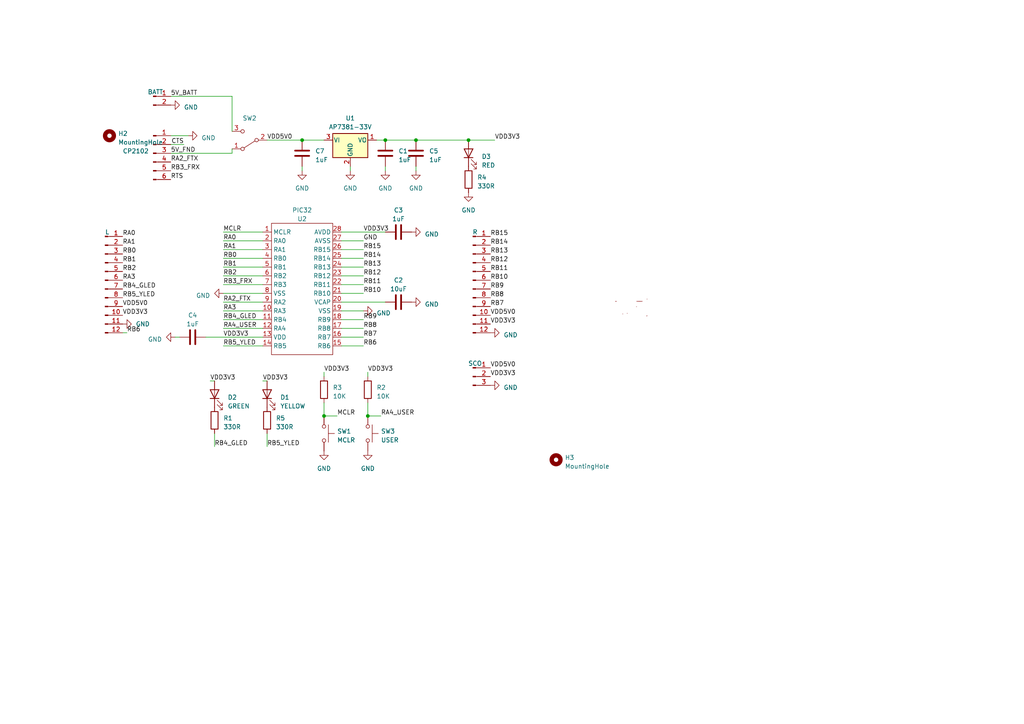
<source format=kicad_sch>
(kicad_sch (version 20230121) (generator eeschema)
  (paper "A4")
  (lib_symbols
    (symbol "Connector:Conn_01x02_Pin" (pin_names (offset 1.016) hide)
      (property "Reference" "J" (at 0 2.54 0))
      (property "Value" "Conn_01x02_Pin" (at 0 -5.08 0))
      (symbol "Conn_01x02_Pin_1_1"
        (polyline (pts (xy 1.27 -2.54) (xy 0.8636 -2.54)) (stroke (width 0.1524)))
        (polyline (pts (xy 1.27 0) (xy 0.8636 0)) (stroke (width 0.1524)))
        (rectangle (start 0.8636 -2.413) (end 0 -2.667) (stroke (width 0.1524)) (fill (type outline)))
        (rectangle (start 0.8636 0.127) (end 0 -0.127) (stroke (width 0.1524)) (fill (type outline)))
        (pin passive line (at 5.08 0 180) (length 3.81) (name "Pin_1") (number "1"))
        (pin passive line (at 5.08 -2.54 180) (length 3.81) (name "Pin_2") (number "2"))
      )
    )
    (symbol "Connector:Conn_01x03_Pin" (pin_names (offset 1.016) hide)
      (property "Reference" "J" (at 0 5.08 0))
      (property "Value" "Conn_01x03_Pin" (at 0 -5.08 0))
      (symbol "Conn_01x03_Pin_1_1"
        (polyline (pts (xy 1.27 -2.54) (xy 0.8636 -2.54)) (stroke (width 0.1524)))
        (polyline (pts (xy 1.27 0) (xy 0.8636 0)) (stroke (width 0.1524)))
        (polyline (pts (xy 1.27 2.54) (xy 0.8636 2.54)) (stroke (width 0.1524)))
        (rectangle (start 0.8636 -2.413) (end 0 -2.667) (stroke (width 0.1524)) (fill (type outline)))
        (rectangle (start 0.8636 0.127) (end 0 -0.127) (stroke (width 0.1524)) (fill (type outline)))
        (rectangle (start 0.8636 2.667) (end 0 2.413) (stroke (width 0.1524)) (fill (type outline)))
        (pin passive line (at 5.08 2.54 180) (length 3.81) (name "Pin_1") (number "1"))
        (pin passive line (at 5.08 0 180) (length 3.81) (name "Pin_2") (number "2"))
        (pin passive line (at 5.08 -2.54 180) (length 3.81) (name "Pin_3") (number "3"))
      )
    )
    (symbol "Connector:Conn_01x06_Pin" (pin_names (offset 1.016) hide)
      (property "Reference" "J" (at 0 7.62 0))
      (property "Value" "Conn_01x06_Pin" (at 0 -10.16 0))
      (symbol "Conn_01x06_Pin_1_1"
        (polyline (pts (xy 1.27 -7.62) (xy 0.8636 -7.62)) (stroke (width 0.1524)))
        (polyline (pts (xy 1.27 -5.08) (xy 0.8636 -5.08)) (stroke (width 0.1524)))
        (polyline (pts (xy 1.27 -2.54) (xy 0.8636 -2.54)) (stroke (width 0.1524)))
        (polyline (pts (xy 1.27 0) (xy 0.8636 0)) (stroke (width 0.1524)))
        (polyline (pts (xy 1.27 2.54) (xy 0.8636 2.54)) (stroke (width 0.1524)))
        (polyline (pts (xy 1.27 5.08) (xy 0.8636 5.08)) (stroke (width 0.1524)))
        (rectangle (start 0.8636 -7.493) (end 0 -7.747) (stroke (width 0.1524)) (fill (type outline)))
        (rectangle (start 0.8636 -4.953) (end 0 -5.207) (stroke (width 0.1524)) (fill (type outline)))
        (rectangle (start 0.8636 -2.413) (end 0 -2.667) (stroke (width 0.1524)) (fill (type outline)))
        (rectangle (start 0.8636 0.127) (end 0 -0.127) (stroke (width 0.1524)) (fill (type outline)))
        (rectangle (start 0.8636 2.667) (end 0 2.413) (stroke (width 0.1524)) (fill (type outline)))
        (rectangle (start 0.8636 5.207) (end 0 4.953) (stroke (width 0.1524)) (fill (type outline)))
        (pin passive line (at 5.08 5.08 180) (length 3.81) (name "Pin_1") (number "1"))
        (pin passive line (at 5.08 2.54 180) (length 3.81) (name "Pin_2") (number "2"))
        (pin passive line (at 5.08 0 180) (length 3.81) (name "Pin_3") (number "3"))
        (pin passive line (at 5.08 -2.54 180) (length 3.81) (name "Pin_4") (number "4"))
        (pin passive line (at 5.08 -5.08 180) (length 3.81) (name "Pin_5") (number "5"))
        (pin passive line (at 5.08 -7.62 180) (length 3.81) (name "Pin_6") (number "6"))
      )
    )
    (symbol "Connector:Conn_01x12_Pin" (pin_names (offset 1.016) hide)
      (property "Reference" "J" (at 0 15.24 0))
      (property "Value" "Conn_01x12_Pin" (at 0 -17.78 0))
      (symbol "Conn_01x12_Pin_1_1"
        (polyline (pts (xy 1.27 -15.24) (xy 0.8636 -15.24)) (stroke (width 0.1524)))
        (polyline (pts (xy 1.27 -12.7) (xy 0.8636 -12.7)) (stroke (width 0.1524)))
        (polyline (pts (xy 1.27 -10.16) (xy 0.8636 -10.16)) (stroke (width 0.1524)))
        (polyline (pts (xy 1.27 -7.62) (xy 0.8636 -7.62)) (stroke (width 0.1524)))
        (polyline (pts (xy 1.27 -5.08) (xy 0.8636 -5.08)) (stroke (width 0.1524)))
        (polyline (pts (xy 1.27 -2.54) (xy 0.8636 -2.54)) (stroke (width 0.1524)))
        (polyline (pts (xy 1.27 0) (xy 0.8636 0)) (stroke (width 0.1524)))
        (polyline (pts (xy 1.27 2.54) (xy 0.8636 2.54)) (stroke (width 0.1524)))
        (polyline (pts (xy 1.27 5.08) (xy 0.8636 5.08)) (stroke (width 0.1524)))
        (polyline (pts (xy 1.27 7.62) (xy 0.8636 7.62)) (stroke (width 0.1524)))
        (polyline (pts (xy 1.27 10.16) (xy 0.8636 10.16)) (stroke (width 0.1524)))
        (polyline (pts (xy 1.27 12.7) (xy 0.8636 12.7)) (stroke (width 0.1524)))
        (rectangle (start 0.8636 -15.113) (end 0 -15.367) (stroke (width 0.1524)) (fill (type outline)))
        (rectangle (start 0.8636 -12.573) (end 0 -12.827) (stroke (width 0.1524)) (fill (type outline)))
        (rectangle (start 0.8636 -10.033) (end 0 -10.287) (stroke (width 0.1524)) (fill (type outline)))
        (rectangle (start 0.8636 -7.493) (end 0 -7.747) (stroke (width 0.1524)) (fill (type outline)))
        (rectangle (start 0.8636 -4.953) (end 0 -5.207) (stroke (width 0.1524)) (fill (type outline)))
        (rectangle (start 0.8636 -2.413) (end 0 -2.667) (stroke (width 0.1524)) (fill (type outline)))
        (rectangle (start 0.8636 0.127) (end 0 -0.127) (stroke (width 0.1524)) (fill (type outline)))
        (rectangle (start 0.8636 2.667) (end 0 2.413) (stroke (width 0.1524)) (fill (type outline)))
        (rectangle (start 0.8636 5.207) (end 0 4.953) (stroke (width 0.1524)) (fill (type outline)))
        (rectangle (start 0.8636 7.747) (end 0 7.493) (stroke (width 0.1524)) (fill (type outline)))
        (rectangle (start 0.8636 10.287) (end 0 10.033) (stroke (width 0.1524)) (fill (type outline)))
        (rectangle (start 0.8636 12.827) (end 0 12.573) (stroke (width 0.1524)) (fill (type outline)))
        (pin passive line (at 5.08 12.7 180) (length 3.81) (name "Pin_1") (number "1"))
        (pin passive line (at 5.08 -10.16 180) (length 3.81) (name "Pin_10") (number "10"))
        (pin passive line (at 5.08 -12.7 180) (length 3.81) (name "Pin_11") (number "11"))
        (pin passive line (at 5.08 -15.24 180) (length 3.81) (name "Pin_12") (number "12"))
        (pin passive line (at 5.08 10.16 180) (length 3.81) (name "Pin_2") (number "2"))
        (pin passive line (at 5.08 7.62 180) (length 3.81) (name "Pin_3") (number "3"))
        (pin passive line (at 5.08 5.08 180) (length 3.81) (name "Pin_4") (number "4"))
        (pin passive line (at 5.08 2.54 180) (length 3.81) (name "Pin_5") (number "5"))
        (pin passive line (at 5.08 0 180) (length 3.81) (name "Pin_6") (number "6"))
        (pin passive line (at 5.08 -2.54 180) (length 3.81) (name "Pin_7") (number "7"))
        (pin passive line (at 5.08 -5.08 180) (length 3.81) (name "Pin_8") (number "8"))
        (pin passive line (at 5.08 -7.62 180) (length 3.81) (name "Pin_9") (number "9"))
      )
    )
    (symbol "Device:C" (pin_numbers hide) (pin_names (offset 0.254))
      (property "Reference" "C" (at 0.635 2.54 0))
      (property "Value" "C" (at 0.635 -2.54 0))
      (symbol "C_0_1"
        (polyline (pts (xy -2.032 -0.762) (xy 2.032 -0.762)) (stroke (width 0.508)))
        (polyline (pts (xy -2.032 0.762) (xy 2.032 0.762)) (stroke (width 0.508)))
      )
      (symbol "C_1_1"
        (pin passive line (at 0 3.81 270) (length 2.794) (name "~") (number "1"))
        (pin passive line (at 0 -3.81 90) (length 2.794) (name "~") (number "2"))
      )
    )
    (symbol "Device:LED" (pin_numbers hide) (pin_names (offset 1.016) hide)
      (property "Reference" "D" (at 0 2.54 0))
      (property "Value" "LED" (at 0 -2.54 0))
      (symbol "LED_0_1"
        (polyline (pts (xy -1.27 -1.27) (xy -1.27 1.27)) (stroke (width 0.254)))
        (polyline (pts (xy -1.27 0) (xy 1.27 0)))
        (polyline (pts (xy 1.27 -1.27) (xy 1.27 1.27) (xy -1.27 0) (xy 1.27 -1.27)) (stroke (width 0.254)))
        (polyline (pts (xy -3.048 -0.762) (xy -4.572 -2.286) (xy -3.81 -2.286) (xy -4.572 -2.286) (xy -4.572 -1.524)))
        (polyline (pts (xy -1.778 -0.762) (xy -3.302 -2.286) (xy -2.54 -2.286) (xy -3.302 -2.286) (xy -3.302 -1.524)))
      )
      (symbol "LED_1_1"
        (pin passive line (at -3.81 0 0) (length 2.54) (name "K") (number "1"))
        (pin passive line (at 3.81 0 180) (length 2.54) (name "A") (number "2"))
      )
    )
    (symbol "Device:R" (pin_numbers hide) (pin_names (offset 0))
      (property "Reference" "R" (at 2.032 0 90))
      (property "Value" "R" (at 0 0 90))
      (symbol "R_0_1"
        (rectangle (start -1.016 -2.54) (end 1.016 2.54) (stroke (width 0.254)))
      )
      (symbol "R_1_1"
        (pin passive line (at 0 3.81 270) (length 1.27) (name "~") (number "1"))
        (pin passive line (at 0 -3.81 90) (length 1.27) (name "~") (number "2"))
      )
    )
    (symbol "HW4_library:AP7381-33V" (pin_names (offset 0.254))
      (property "Reference" "U" (at -3.81 3.175 0))
      (property "Value" "AP7381-33V" (at 0 3.175 0))
      (symbol "AP7381-33V_0_1"
        (rectangle (start -5.08 1.905) (end 5.08 -5.08) (stroke (width 0.254)) (fill (type background)))
      )
      (symbol "AP7381-33V_1_1"
        (pin power_out line (at 7.62 0 180) (length 2.54) (name "VO") (number "1"))
        (pin power_in line (at 0 -7.62 90) (length 2.54) (name "GND") (number "2"))
        (pin power_in line (at -7.62 0 0) (length 2.54) (name "VI") (number "3"))
      )
    )
    (symbol "HW4_library:LOGO" (pin_names (offset 1.016))
      (symbol "LOGO_0_0"
        (polyline (pts (xy -2.2013 -3.429) (xy -2.2436 -3.3867) (xy -2.286 -3.429) (xy -2.2436 -3.4714) (xy -2.2013 -3.429)) (stroke (width 0.01)) (fill (type outline)))
        (polyline (pts (xy -0.9313 -3.2597) (xy -0.9736 -3.2174) (xy -1.016 -3.2597) (xy -0.9736 -3.302) (xy -0.9313 -3.2597)) (stroke (width 0.01)) (fill (type outline)))
        (polyline (pts (xy 1.778 -1.3124) (xy 1.7357 -1.27) (xy 1.6934 -1.3124) (xy 1.7357 -1.3547) (xy 1.778 -1.3124)) (stroke (width 0.01)) (fill (type outline)))
        (polyline (pts (xy 4.826 0.889) (xy 4.7837 0.9313) (xy 4.7414 0.889) (xy 4.7837 0.8466) (xy 4.826 0.889)) (stroke (width 0.01)) (fill (type outline)))
        (polyline (pts (xy -4.1759 0.1898) (xy -4.0588 0.2031) (xy -4.0851 0.2277) (xy -4.1667 0.2408) (xy -4.3815 0.2277) (xy -4.4055 0.2198) (xy -4.3874 0.1978) (xy -4.2333 0.189) (xy -4.1759 0.1898)) (stroke (width 0.01)) (fill (type outline)))
        (polyline (pts (xy 4.7039 -4.0602) (xy 4.7837 -3.9794) (xy 4.7995 -3.9494) (xy 4.7937 -3.8947) (xy 4.7788 -3.8985) (xy 4.699 -3.9794) (xy 4.6832 -4.0093) (xy 4.689 -4.064) (xy 4.7039 -4.0602)) (stroke (width 0.01)) (fill (type outline)))
        (polyline (pts (xy 3.0121 0.2055) (xy 3.3021 0.2095) (xy 3.4595 0.2156) (xy 3.472 0.2233) (xy 3.3273 0.2322) (xy 3.3002 0.2333) (xy 2.852 0.2429) (xy 2.3465 0.2426) (xy 1.888 0.2324) (xy 1.874 0.2319) (xy 1.7234 0.2231) (xy 1.7302 0.2155) (xy 1.8831 0.2094) (xy 2.1709 0.2054) (xy 2.5824 0.204) (xy 2.6015 0.204) (xy 3.0121 0.2055)) (stroke (width 0.01)) (fill (type outline)))
      )
    )
    (symbol "HW4_library:PIC32MX170F256B"
      (property "Reference" "U" (at -10.16 17.78 0))
      (symbol "PIC32MX170F256B_0_1"
        (rectangle (start -8.89 19.05) (end 8.89 -19.05))
      )
      (symbol "PIC32MX170F256B_1_1"
        (pin input line (at -11.43 16.51 0) (length 2.54) (name "MCLR") (number "1"))
        (pin bidirectional line (at -11.43 -6.35 0) (length 2.54) (name "RA3") (number "10"))
        (pin bidirectional line (at -11.43 -8.89 0) (length 2.54) (name "RB4") (number "11"))
        (pin bidirectional line (at -11.43 -11.43 0) (length 2.54) (name "RA4") (number "12"))
        (pin power_in line (at -11.43 -13.97 0) (length 2.54) (name "VDD") (number "13"))
        (pin bidirectional line (at -11.43 -16.51 0) (length 2.54) (name "RB5") (number "14"))
        (pin bidirectional line (at 11.43 -16.51 180) (length 2.54) (name "RB6") (number "15"))
        (pin bidirectional line (at 11.43 -13.97 180) (length 2.54) (name "RB7") (number "16"))
        (pin bidirectional line (at 11.43 -11.43 180) (length 2.54) (name "RB8") (number "17"))
        (pin bidirectional line (at 11.43 -8.89 180) (length 2.54) (name "RB9") (number "18"))
        (pin passive line (at 11.43 -6.35 180) (length 2.54) (name "VSS") (number "19"))
        (pin bidirectional line (at -11.43 13.97 0) (length 2.54) (name "RA0") (number "2"))
        (pin passive line (at 11.43 -3.81 180) (length 2.54) (name "VCAP") (number "20"))
        (pin bidirectional line (at 11.43 -1.27 180) (length 2.54) (name "RB10") (number "21"))
        (pin bidirectional line (at 11.43 1.27 180) (length 2.54) (name "RB11") (number "22"))
        (pin bidirectional line (at 11.43 3.81 180) (length 2.54) (name "RB12") (number "23"))
        (pin bidirectional line (at 11.43 6.35 180) (length 2.54) (name "RB13") (number "24"))
        (pin bidirectional line (at 11.43 8.89 180) (length 2.54) (name "RB14") (number "25"))
        (pin bidirectional line (at 11.43 11.43 180) (length 2.54) (name "RB15") (number "26"))
        (pin passive line (at 11.43 13.97 180) (length 2.54) (name "AVSS") (number "27"))
        (pin power_in line (at 11.43 16.51 180) (length 2.54) (name "AVDD") (number "28"))
        (pin bidirectional line (at -11.43 11.43 0) (length 2.54) (name "RA1") (number "3"))
        (pin bidirectional line (at -11.43 8.89 0) (length 2.54) (name "RB0") (number "4"))
        (pin bidirectional line (at -11.43 6.35 0) (length 2.54) (name "RB1") (number "5"))
        (pin bidirectional line (at -11.43 3.81 0) (length 2.54) (name "RB2") (number "6"))
        (pin bidirectional line (at -11.43 1.27 0) (length 2.54) (name "RB3") (number "7"))
        (pin passive line (at -11.43 -1.27 0) (length 2.54) (name "VSS") (number "8"))
        (pin bidirectional line (at -11.43 -3.81 0) (length 2.54) (name "RA2") (number "9"))
      )
    )
    (symbol "Mechanical:MountingHole" (pin_names (offset 1.016))
      (property "Reference" "H" (at 0 5.08 0))
      (property "Value" "MountingHole" (at 0 3.175 0))
      (symbol "MountingHole_0_1"
        (circle (center 0 0) (radius 1.27) (stroke (width 1.27)))
      )
    )
    (symbol "Switch:SW_Push" (pin_numbers hide) (pin_names (offset 1.016) hide)
      (property "Reference" "SW" (at 1.27 2.54 0))
      (property "Value" "SW_Push" (at 0 -1.524 0))
      (symbol "SW_Push_0_1"
        (circle (center -2.032 0) (radius 0.508))
        (polyline (pts (xy 0 1.27) (xy 0 3.048)))
        (polyline (pts (xy 2.54 1.27) (xy -2.54 1.27)))
        (circle (center 2.032 0) (radius 0.508))
        (pin passive line (at -5.08 0 0) (length 2.54) (name "1") (number "1"))
        (pin passive line (at 5.08 0 180) (length 2.54) (name "2") (number "2"))
      )
    )
    (symbol "Switch:SW_SPDT" (pin_names (offset 0) hide)
      (property "Reference" "SW" (at 0 4.318 0))
      (property "Value" "SW_SPDT" (at 0 -5.08 0))
      (symbol "SW_SPDT_0_0"
        (circle (center -2.032 0) (radius 0.508))
        (circle (center 2.032 -2.54) (radius 0.508))
      )
      (symbol "SW_SPDT_0_1"
        (polyline (pts (xy -1.524 0.254) (xy 1.651 2.286)))
        (circle (center 2.032 2.54) (radius 0.508))
      )
      (symbol "SW_SPDT_1_1"
        (pin passive line (at 5.08 2.54 180) (length 2.54) (name "A") (number "1"))
        (pin passive line (at -5.08 0 0) (length 2.54) (name "B") (number "2"))
        (pin passive line (at 5.08 -2.54 180) (length 2.54) (name "C") (number "3"))
      )
    )
    (symbol "power:GND" (power) (pin_names (offset 0))
      (property "Value" "GND" (at 0 -3.81 0))
      (symbol "GND_0_1"
        (polyline (pts (xy 0 0) (xy 0 -1.27) (xy 1.27 -1.27) (xy 0 -2.54) (xy -1.27 -1.27) (xy 0 -1.27)))
      )
      (symbol "GND_1_1"
        (pin power_in line (at 0 0 270) (length 0) hide (name "GND") (number "1"))
      )
    )
  )
  (junction (at 106.68 120.65))
  (junction (at 135.89 40.64))
  (junction (at 87.63 40.64))
  (junction (at 120.65 40.64))
  (junction (at 93.98 120.65))
  (junction (at 111.76 40.64))
  (wire (pts (xy 99.06 69.85) (xy 105.41 69.85)))
  (wire (pts (xy 77.47 125.73) (xy 77.47 129.54)))
  (wire (pts (xy 64.77 100.33) (xy 76.2 100.33)))
  (wire (pts (xy 99.06 92.71) (xy 105.41 92.71)))
  (wire (pts (xy 111.76 49.53) (xy 111.76 48.26)))
  (wire (pts (xy 99.06 74.93) (xy 105.41 74.93)))
  (wire (pts (xy 64.77 92.71) (xy 76.2 92.71)))
  (wire (pts (xy 64.77 69.85) (xy 76.2 69.85)))
  (wire (pts (xy 106.68 120.65) (xy 110.49 120.65)))
  (wire (pts (xy 64.77 74.93) (xy 76.2 74.93)))
  (wire (pts (xy 64.77 77.47) (xy 76.2 77.47)))
  (wire (pts (xy 64.77 87.63) (xy 76.2 87.63)))
  (wire (pts (xy 64.77 82.55) (xy 76.2 82.55)))
  (wire (pts (xy 99.06 87.63) (xy 111.76 87.63)))
  (wire (pts (xy 111.76 40.64) (xy 120.65 40.64)))
  (wire (pts (xy 99.06 67.31) (xy 111.76 67.31)))
  (wire (pts (xy 53.34 41.91) (xy 49.53 41.91)))
  (wire (pts (xy 109.22 40.64) (xy 111.76 40.64)))
  (wire (pts (xy 99.06 95.25) (xy 105.41 95.25)))
  (wire (pts (xy 93.98 107.95) (xy 93.98 109.22)))
  (wire (pts (xy 106.68 120.65) (xy 106.68 116.84)))
  (wire (pts (xy 64.77 90.17) (xy 76.2 90.17)))
  (wire (pts (xy 64.77 80.01) (xy 76.2 80.01)))
  (wire (pts (xy 64.77 67.31) (xy 76.2 67.31)))
  (wire (pts (xy 62.23 110.49) (xy 60.96 110.49)))
  (wire (pts (xy 135.89 40.64) (xy 143.51 40.64)))
  (wire (pts (xy 67.31 44.45) (xy 67.31 43.18)))
  (wire (pts (xy 87.63 49.53) (xy 87.63 48.26)))
  (wire (pts (xy 93.98 40.64) (xy 87.63 40.64)))
  (wire (pts (xy 49.53 27.94) (xy 67.31 27.94)))
  (wire (pts (xy 67.31 27.94) (xy 67.31 38.1)))
  (wire (pts (xy 99.06 77.47) (xy 105.41 77.47)))
  (wire (pts (xy 64.77 72.39) (xy 76.2 72.39)))
  (wire (pts (xy 93.98 120.65) (xy 97.79 120.65)))
  (wire (pts (xy 99.06 72.39) (xy 105.41 72.39)))
  (wire (pts (xy 99.06 90.17) (xy 105.41 90.17)))
  (wire (pts (xy 87.63 40.64) (xy 77.47 40.64)))
  (wire (pts (xy 99.06 97.79) (xy 105.41 97.79)))
  (wire (pts (xy 59.69 97.79) (xy 76.2 97.79)))
  (wire (pts (xy 77.47 110.49) (xy 76.2 110.49)))
  (wire (pts (xy 64.77 95.25) (xy 76.2 95.25)))
  (wire (pts (xy 54.61 39.37) (xy 49.53 39.37)))
  (wire (pts (xy 99.06 100.33) (xy 105.41 100.33)))
  (wire (pts (xy 99.06 85.09) (xy 105.41 85.09)))
  (wire (pts (xy 64.77 85.09) (xy 76.2 85.09)))
  (wire (pts (xy 99.06 80.01) (xy 105.41 80.01)))
  (wire (pts (xy 62.23 125.73) (xy 62.23 129.54)))
  (wire (pts (xy 93.98 120.65) (xy 93.98 116.84)))
  (wire (pts (xy 36.83 96.52) (xy 35.56 96.52)))
  (wire (pts (xy 52.07 97.79) (xy 50.8 97.79)))
  (wire (pts (xy 101.6 48.26) (xy 101.6 49.53)))
  (wire (pts (xy 49.53 44.45) (xy 67.31 44.45)))
  (wire (pts (xy 120.65 40.64) (xy 135.89 40.64)))
  (wire (pts (xy 106.68 107.95) (xy 106.68 109.22)))
  (wire (pts (xy 120.65 49.53) (xy 120.65 48.26)))
  (wire (pts (xy 99.06 82.55) (xy 105.41 82.55)))
  (label "RB15" (at 142.24 68.58 0))
  (label "RB7" (at 142.24 88.9 0))
  (label "RB1" (at 64.77 77.47 0))
  (label "CTS" (at 53.34 41.91 180))
  (label "RB0" (at 64.77 74.93 0))
  (label "RB2" (at 64.77 80.01 0))
  (label "5V_BATT" (at 49.53 27.94 0))
  (label "RB6" (at 36.83 96.52 0))
  (label "VDD3V3" (at 143.51 40.64 0))
  (label "VDD5V0" (at 142.24 91.44 0))
  (label "RA4_USER" (at 110.49 120.65 0))
  (label "RA3" (at 64.77 90.17 0))
  (label "RB3_FRX" (at 49.53 49.53 0))
  (label "VDD3V3" (at 64.77 97.79 0))
  (label "RB4_GLED" (at 35.56 83.82 0))
  (label "RA0" (at 64.77 69.85 0))
  (label "RB10" (at 105.41 85.09 0))
  (label "VDD3V3" (at 60.96 110.49 0))
  (label "RB7" (at 105.41 97.79 0))
  (label "VDD3V3" (at 93.98 107.95 0))
  (label "RA2_FTX" (at 49.53 46.99 0))
  (label "5V_FND" (at 49.53 44.45 0))
  (label "RB12" (at 142.24 76.2 0))
  (label "RB5_YLED" (at 64.77 100.33 0))
  (label "VDD5V0" (at 142.24 106.68 0))
  (label "RB10" (at 142.24 81.28 0))
  (label "RB3_FRX" (at 64.77 82.55 0))
  (label "RB4_GLED" (at 64.77 92.71 0))
  (label "RB8" (at 142.24 86.36 0))
  (label "VDD3V3" (at 106.68 107.95 0))
  (label "VDD5V0" (at 77.47 40.64 0))
  (label "RB2" (at 35.56 78.74 0))
  (label "RA2_FTX" (at 64.77 87.63 0))
  (label "VDD5V0" (at 35.56 88.9 0))
  (label "RB1" (at 35.56 76.2 0))
  (label "RA3" (at 35.56 81.28 0))
  (label "RB13" (at 142.24 73.66 0))
  (label "RA1" (at 35.56 71.12 0))
  (label "RB6" (at 105.41 100.33 0))
  (label "VDD3V3" (at 142.24 93.98 0))
  (label "RA4_USER" (at 64.77 95.25 0))
  (label "RB0" (at 35.56 73.66 0))
  (label "RB8" (at 105.41 95.25 0))
  (label "RB15" (at 105.41 72.39 0))
  (label "RB11" (at 142.24 78.74 0))
  (label "RB12" (at 105.41 80.01 0))
  (label "VDD3V3" (at 105.41 67.31 0))
  (label "MCLR" (at 64.77 67.31 0))
  (label "RB9" (at 142.24 83.82 0))
  (label "VDD3V3" (at 76.2 110.49 0))
  (label "RB9" (at 105.41 92.71 0))
  (label "RB4_GLED" (at 62.23 129.54 0))
  (label "RA0" (at 35.56 68.58 0))
  (label "VDD3V3" (at 35.56 91.44 0))
  (label "GND" (at 105.41 69.85 0))
  (label "MCLR" (at 97.79 120.65 0))
  (label "RTS" (at 49.53 52.07 0))
  (label "RB14" (at 142.24 71.12 0))
  (label "RB5_YLED" (at 35.56 86.36 0))
  (label "RB14" (at 105.41 74.93 0))
  (label "VDD3V3" (at 142.24 109.22 0))
  (label "RA1" (at 64.77 72.39 0))
  (label "RB5_YLED" (at 77.47 129.54 0))
  (label "RB11" (at 105.41 82.55 0))
  (label "RB13" (at 105.41 77.47 0))
  (symbol (lib_id "Connector:Conn_01x03_Pin") (at 137.16 109.22 0) (unit 1)
    (property "Reference" "J5" (effects hide))
    (property "Value" "SCO" (at 137.795 105.41 0))
    (property "Footprint" "Connector_PinHeader_2.54mm:PinHeader_1x03_P2.54mm_Vertical" (effects hide))
  )
  (symbol (lib_id "power:GND") (at 119.38 87.63 90) (unit 1)
    (property "Reference" "#PWR04" (effects hide))
    (property "Value" "GND" (at 123.19 88.265 90) (effects (justify right)))
  )
  (symbol (lib_id "Device:R") (at 77.47 121.92 0) (unit 1)
    (property "Reference" "R5" (at 80.01 121.285 0) (effects (justify left)))
    (property "Value" "330R" (at 80.01 123.825 0) (effects (justify left)))
    (property "Footprint" "Resistor_THT:R_Axial_DIN0207_L6.3mm_D2.5mm_P7.62mm_Horizontal" (effects hide))
  )
  (symbol (lib_id "Device:LED") (at 135.89 44.45 90) (unit 1)
    (property "Reference" "D3" (at 139.7 45.4025 90) (effects (justify right)))
    (property "Value" "RED" (at 139.7 47.9425 90) (effects (justify right)))
    (property "Footprint" "LED_THT:LED_D4.0mm" (effects hide))
  )
  (symbol (lib_id "power:GND") (at 120.65 49.53 0) (unit 1)
    (property "Reference" "#PWR011" (effects hide))
    (property "Value" "GND" (at 120.65 54.61 0))
  )
  (symbol (lib_id "power:GND") (at 119.38 67.31 90) (unit 1)
    (property "Reference" "#PWR05" (effects hide))
    (property "Value" "GND" (at 123.19 67.945 90) (effects (justify right)))
  )
  (symbol (lib_id "Device:LED") (at 62.23 114.3 90) (unit 1)
    (property "Reference" "D2" (at 66.04 115.2525 90) (effects (justify right)))
    (property "Value" "GREEN" (at 66.04 117.7925 90) (effects (justify right)))
    (property "Footprint" "LED_THT:LED_D4.0mm" (effects hide))
  )
  (symbol (lib_id "power:GND") (at 54.61 39.37 90) (unit 1)
    (property "Reference" "#PWR012" (effects hide))
    (property "Value" "GND" (at 58.42 40.005 90) (effects (justify right)))
  )
  (symbol (lib_id "Connector:Conn_01x06_Pin") (at 44.45 44.45 0) (unit 1)
    (property "Reference" "J1" (effects hide))
    (property "Value" "CP2102" (at 43.18 43.815 0) (effects (justify right)))
    (property "Footprint" "Connector_PinHeader_2.54mm:PinHeader_1x06_P2.54mm_Vertical" (effects hide))
  )
  (symbol (lib_id "Device:C") (at 87.63 44.45 0) (unit 1)
    (property "Reference" "C7" (at 91.44 43.815 0) (effects (justify left)))
    (property "Value" "1uF" (at 91.44 46.355 0) (effects (justify left)))
    (property "Footprint" "Capacitor_THT:C_Disc_D4.3mm_W1.9mm_P5.00mm" (effects hide))
  )
  (symbol (lib_id "Device:C") (at 115.57 87.63 90) (unit 1)
    (property "Reference" "C2" (at 115.57 81.28 90))
    (property "Value" "10uF" (at 115.57 83.82 90))
    (property "Footprint" "Capacitor_THT:C_Disc_D3.4mm_W2.1mm_P2.50mm" (effects hide))
  )
  (symbol (lib_id "power:GND") (at 105.41 90.17 90) (unit 1)
    (property "Reference" "#PWR03" (effects hide))
    (property "Value" "GND" (at 109.22 90.805 90) (effects (justify right)))
  )
  (symbol (lib_id "Device:LED") (at 77.47 114.3 90) (unit 1)
    (property "Reference" "D1" (at 81.28 115.2525 90) (effects (justify right)))
    (property "Value" "YELLOW" (at 81.28 117.7925 90) (effects (justify right)))
    (property "Footprint" "LED_THT:LED_D4.0mm" (effects hide))
  )
  (symbol (lib_id "Device:R") (at 93.98 113.03 180) (unit 1)
    (property "Reference" "R3" (at 96.52 112.395 0) (effects (justify right)))
    (property "Value" "10K" (at 96.52 114.935 0) (effects (justify right)))
    (property "Footprint" "Resistor_THT:R_Axial_DIN0207_L6.3mm_D2.5mm_P7.62mm_Horizontal" (effects hide))
  )
  (symbol (lib_id "power:GND") (at 142.24 96.52 90) (unit 1)
    (property "Reference" "#PWR014" (effects hide))
    (property "Value" "GND" (at 146.05 97.155 90) (effects (justify right)))
  )
  (symbol (lib_id "Switch:SW_Push") (at 106.68 125.73 270) (unit 1)
    (property "Reference" "SW3" (at 110.49 125.095 90) (effects (justify left)))
    (property "Value" "USER" (at 110.49 127.635 90) (effects (justify left)))
    (property "Footprint" "HW4_footprints:BTN_2pin_square" (effects hide))
  )
  (symbol (lib_id "Device:C") (at 111.76 44.45 0) (unit 1)
    (property "Reference" "C1" (at 115.57 43.815 0) (effects (justify left)))
    (property "Value" "1uF" (at 115.57 46.355 0) (effects (justify left)))
    (property "Footprint" "Capacitor_THT:C_Disc_D4.3mm_W1.9mm_P5.00mm" (effects hide))
  )
  (symbol (lib_id "Mechanical:MountingHole") (at 161.29 133.35 0) (unit 1)
    (property "Reference" "H3" (at 163.83 132.715 0) (effects (justify left)))
    (property "Value" "MountingHole" (at 163.83 135.255 0) (effects (justify left)))
    (property "Footprint" "MountingHole:MountingHole_3.2mm_M3_Pad" (effects hide))
  )
  (symbol (lib_id "Device:C") (at 120.65 44.45 0) (unit 1)
    (property "Reference" "C5" (at 124.46 43.815 0) (effects (justify left)))
    (property "Value" "1uF" (at 124.46 46.355 0) (effects (justify left)))
    (property "Footprint" "Capacitor_THT:C_Disc_D4.3mm_W1.9mm_P5.00mm" (effects hide))
  )
  (symbol (lib_id "HW4_library:AP7381-33V") (at 101.6 40.64 0) (unit 1)
    (property "Reference" "U1" (at 101.6 34.29 0))
    (property "Value" "AP7381-33V" (at 101.6 36.83 0))
    (property "Footprint" "Package_TO_SOT_THT:TO-92_Inline_Wide" (effects hide))
    (property "Datasheet" " " (effects hide))
  )
  (symbol (lib_id "Connector:Conn_01x12_Pin") (at 30.48 81.28 0) (unit 1)
    (property "Reference" "J3" (effects hide))
    (property "Value" "L" (at 31.115 67.31 0))
    (property "Footprint" "Connector_PinHeader_2.54mm:PinHeader_1x12_P2.54mm_Vertical" (effects hide))
  )
  (symbol (lib_id "Device:R") (at 135.89 52.07 0) (unit 1)
    (property "Reference" "R4" (at 138.43 51.435 0) (effects (justify left)))
    (property "Value" "330R" (at 138.43 53.975 0) (effects (justify left)))
    (property "Footprint" "Resistor_THT:R_Axial_DIN0207_L6.3mm_D2.5mm_P7.62mm_Horizontal" (effects hide))
  )
  (symbol (lib_id "Connector:Conn_01x12_Pin") (at 137.16 81.28 0) (unit 1)
    (property "Reference" "J4" (effects hide))
    (property "Value" "R" (at 137.795 67.31 0))
    (property "Footprint" "Connector_PinHeader_2.54mm:PinHeader_1x12_P2.54mm_Vertical" (effects hide))
  )
  (symbol (lib_id "Device:C") (at 55.88 97.79 90) (unit 1)
    (property "Reference" "C4" (at 55.88 91.44 90))
    (property "Value" "1uF" (at 55.88 93.98 90))
    (property "Footprint" "Capacitor_THT:C_Disc_D4.3mm_W1.9mm_P5.00mm" (effects hide))
  )
  (symbol (lib_id "power:GND") (at 87.63 49.53 0) (unit 1)
    (property "Reference" "#PWR016" (effects hide))
    (property "Value" "GND" (at 87.63 54.61 0))
  )
  (symbol (lib_id "Connector:Conn_01x02_Pin") (at 44.45 27.94 0) (unit 1)
    (property "Reference" "J2" (effects hide))
    (property "Value" "BATT" (at 45.085 26.67 0))
    (property "Footprint" "Connector_PinHeader_2.54mm:PinHeader_1x02_P2.54mm_Vertical" (effects hide))
  )
  (symbol (lib_id "power:GND") (at 111.76 49.53 0) (unit 1)
    (property "Reference" "#PWR010" (effects hide))
    (property "Value" "GND" (at 111.76 54.61 0))
  )
  (symbol (lib_id "power:GND") (at 135.89 55.88 0) (unit 1)
    (property "Reference" "#PWR017" (effects hide))
    (property "Value" "GND" (at 135.89 60.96 0))
  )
  (symbol (lib_id "power:GND") (at 49.53 30.48 90) (unit 1)
    (property "Reference" "#PWR08" (effects hide))
    (property "Value" "GND" (at 53.34 31.115 90) (effects (justify right)))
  )
  (symbol (lib_id "Switch:SW_Push") (at 93.98 125.73 270) (unit 1)
    (property "Reference" "SW1" (at 97.79 125.095 90) (effects (justify left)))
    (property "Value" "MCLR" (at 97.79 127.635 90) (effects (justify left)))
    (property "Footprint" "HW4_footprints:BTN_2pin_square" (effects hide))
  )
  (symbol (lib_id "HW4_library:LOGO") (at 182.88 87.63 0) (unit 1)
    (property "Reference" "#G1" (effects hide))
    (property "Value" "LOGO" (effects hide))
  )
  (symbol (lib_id "power:GND") (at 64.77 85.09 270) (unit 1)
    (property "Reference" "#PWR06" (effects hide))
    (property "Value" "GND" (at 60.96 85.725 90) (effects (justify right)))
  )
  (symbol (lib_id "Mechanical:MountingHole") (at 31.75 39.37 0) (unit 1)
    (property "Reference" "H2" (at 34.29 38.735 0) (effects (justify left)))
    (property "Value" "MountingHole" (at 34.29 41.275 0) (effects (justify left)))
    (property "Footprint" "MountingHole:MountingHole_3.2mm_M3_Pad" (effects hide))
  )
  (symbol (lib_id "power:GND") (at 101.6 49.53 0) (unit 1)
    (property "Reference" "#PWR015" (effects hide))
    (property "Value" "GND" (at 101.6 54.61 0))
  )
  (symbol (lib_id "power:GND") (at 93.98 130.81 0) (unit 1)
    (property "Reference" "#PWR01" (effects hide))
    (property "Value" "GND" (at 93.98 135.89 0))
  )
  (symbol (lib_id "power:GND") (at 142.24 111.76 90) (unit 1)
    (property "Reference" "#PWR013" (effects hide))
    (property "Value" "GND" (at 146.05 112.395 90) (effects (justify right)))
  )
  (symbol (lib_id "Device:R") (at 106.68 113.03 180) (unit 1)
    (property "Reference" "R2" (at 109.22 112.395 0) (effects (justify right)))
    (property "Value" "10K" (at 109.22 114.935 0) (effects (justify right)))
    (property "Footprint" "Resistor_THT:R_Axial_DIN0207_L6.3mm_D2.5mm_P7.62mm_Horizontal" (effects hide))
  )
  (symbol (lib_id "power:GND") (at 106.68 130.81 0) (unit 1)
    (property "Reference" "#PWR02" (effects hide))
    (property "Value" "GND" (at 106.68 135.89 0))
  )
  (symbol (lib_id "power:GND") (at 50.8 97.79 270) (unit 1)
    (property "Reference" "#PWR07" (effects hide))
    (property "Value" "GND" (at 46.99 98.425 90) (effects (justify right)))
  )
  (symbol (lib_id "Device:R") (at 62.23 121.92 0) (unit 1)
    (property "Reference" "R1" (at 64.77 121.285 0) (effects (justify left)))
    (property "Value" "330R" (at 64.77 123.825 0) (effects (justify left)))
    (property "Footprint" "Resistor_THT:R_Axial_DIN0207_L6.3mm_D2.5mm_P7.62mm_Horizontal" (effects hide))
  )
  (symbol (lib_id "power:GND") (at 35.56 93.98 90) (unit 1)
    (property "Reference" "#PWR09" (effects hide))
    (property "Value" "GND" (at 39.37 93.98 90) (effects (justify right)))
  )
  (symbol (lib_id "Switch:SW_SPDT") (at 72.39 40.64 180) (unit 1)
    (property "Reference" "SW2" (at 72.39 34.29 0))
    (property "Value" "SW_SPDT" (effects hide))
    (property "Footprint" "HW4_footprints:EG1218 switch" (effects hide))
  )
  (symbol (lib_id "HW4_library:PIC32MX170F256B") (at 87.63 83.82 0) (unit 1)
    (property "Reference" "U2" (at 87.63 63.5 0))
    (property "Value" "PIC32" (at 87.63 60.96 0))
    (property "Footprint" "Package_DIP:DIP-28_W7.62mm_Socket_LongPads" (effects hide))
  )
  (symbol (lib_id "Device:C") (at 115.57 67.31 90) (unit 1)
    (property "Reference" "C3" (at 115.57 60.96 90))
    (property "Value" "1uF" (at 115.57 63.5 90))
    (property "Footprint" "Capacitor_THT:C_Disc_D4.3mm_W1.9mm_P5.00mm" (effects hide))
  )
)
</source>
